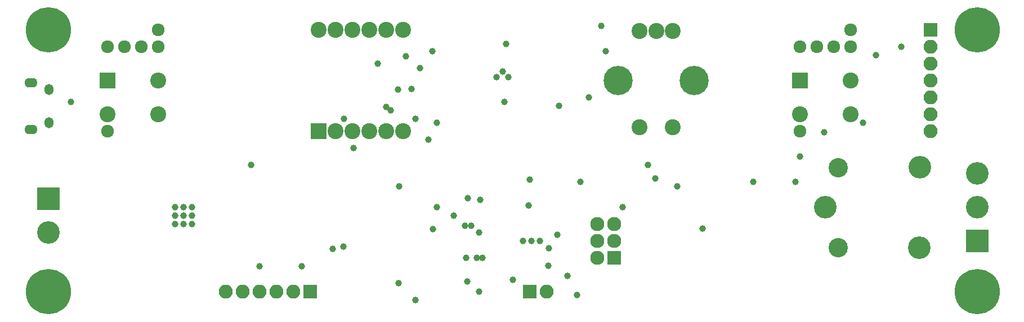
<source format=gbr>
G04 #@! TF.FileFunction,Soldermask,Bot*
%FSLAX46Y46*%
G04 Gerber Fmt 4.6, Leading zero omitted, Abs format (unit mm)*
G04 Created by KiCad (PCBNEW 4.0.6) date Friday 16 June 2017 09:08:21*
%MOMM*%
%LPD*%
G01*
G04 APERTURE LIST*
%ADD10C,0.100000*%
%ADD11C,2.900000*%
%ADD12C,3.400000*%
%ADD13R,2.432000X2.432000*%
%ADD14C,2.400000*%
%ADD15R,2.127200X2.127200*%
%ADD16O,2.127200X2.127200*%
%ADD17R,3.400000X3.400000*%
%ADD18C,1.924000*%
%ADD19R,2.400000X2.400000*%
%ADD20R,2.100000X2.100000*%
%ADD21O,2.100000X2.100000*%
%ADD22O,1.350000X1.650000*%
%ADD23O,1.950000X1.400000*%
%ADD24C,4.400000*%
%ADD25C,6.800000*%
%ADD26C,1.000000*%
G04 APERTURE END LIST*
D10*
D11*
X193720000Y-114000000D03*
D12*
X205920000Y-114000000D03*
X205970000Y-101950000D03*
D11*
X193720000Y-102000000D03*
D12*
X191770000Y-107950000D03*
D13*
X115570000Y-96520000D03*
D14*
X118110000Y-96520000D03*
X120650000Y-96520000D03*
X123190000Y-96520000D03*
X125730000Y-96520000D03*
X128270000Y-96520000D03*
X123190000Y-81280000D03*
X125730000Y-81280000D03*
X115570000Y-81280000D03*
X118110000Y-81280000D03*
X128270000Y-81280000D03*
X120650000Y-81280000D03*
D15*
X160020000Y-115570000D03*
D16*
X157480000Y-115570000D03*
X160020000Y-113030000D03*
X157480000Y-113030000D03*
X160020000Y-110490000D03*
X157480000Y-110490000D03*
D17*
X214630000Y-113030000D03*
D12*
X214630000Y-107950000D03*
X214630000Y-102870000D03*
D17*
X74930000Y-106680000D03*
D12*
X74930000Y-111760000D03*
D18*
X83820000Y-96520000D03*
X83820000Y-83820000D03*
X86360000Y-83820000D03*
X88900000Y-83820000D03*
X91440000Y-83820000D03*
D14*
X91440000Y-88900000D03*
X91440000Y-93980000D03*
X83820000Y-93980000D03*
D19*
X83820000Y-88900000D03*
D18*
X91440000Y-81280000D03*
D20*
X147320000Y-120650000D03*
D21*
X149860000Y-120650000D03*
D18*
X187960000Y-96520000D03*
X187960000Y-83820000D03*
X190500000Y-83820000D03*
X193040000Y-83820000D03*
X195580000Y-83820000D03*
D14*
X195580000Y-88900000D03*
X195580000Y-93980000D03*
X187960000Y-93980000D03*
D19*
X187960000Y-88900000D03*
D18*
X195580000Y-81280000D03*
D20*
X114300000Y-120650000D03*
D21*
X111760000Y-120650000D03*
X109220000Y-120650000D03*
X106680000Y-120650000D03*
X104140000Y-120650000D03*
X101600000Y-120650000D03*
D22*
X75010000Y-90210000D03*
X75010000Y-95210000D03*
D23*
X72310000Y-89210000D03*
X72310000Y-96210000D03*
D24*
X172070000Y-88900000D03*
D14*
X163870000Y-95900000D03*
X163870000Y-81400000D03*
X166370000Y-81400000D03*
X168870000Y-81400000D03*
X168870000Y-95900000D03*
D24*
X160670000Y-88900000D03*
D20*
X207645000Y-81280000D03*
D21*
X207645000Y-83820000D03*
X207645000Y-86360000D03*
X207645000Y-88900000D03*
X207645000Y-91440000D03*
X207645000Y-93980000D03*
X207645000Y-96520000D03*
D25*
X74930000Y-81280000D03*
X74930000Y-120650000D03*
X214630000Y-120650000D03*
X214630000Y-81280000D03*
D26*
X125720512Y-92874603D03*
X126428500Y-93345000D03*
X127508000Y-90233500D03*
X144132601Y-88366215D03*
X143764000Y-83375500D03*
X128730345Y-85255010D03*
X143256000Y-87503000D03*
X142303500Y-88392000D03*
X132715000Y-84455000D03*
X158750000Y-84455000D03*
X158115000Y-80645000D03*
X151765000Y-92710000D03*
X137795000Y-115570000D03*
X132749307Y-111229307D03*
X139700000Y-111760000D03*
X139700000Y-120650000D03*
X203200000Y-83820000D03*
X105410000Y-101600000D03*
X187960000Y-100330000D03*
X187325000Y-104140000D03*
X169545000Y-104775000D03*
X180975000Y-104140000D03*
X119380000Y-94615000D03*
X130175000Y-94615000D03*
X133350000Y-95250000D03*
X132080000Y-97790000D03*
X143510000Y-92075000D03*
X124460000Y-86360000D03*
X130810000Y-86995000D03*
X113030000Y-116840000D03*
X106680000Y-116840000D03*
X106680000Y-116840000D03*
X165100000Y-101600000D03*
X161290000Y-107950000D03*
X133350000Y-107950000D03*
X151464721Y-112093339D03*
X138049000Y-106616500D03*
X150162280Y-116730008D03*
X152983114Y-118237000D03*
X144780000Y-118872000D03*
X150241000Y-114109500D03*
X120865002Y-99060000D03*
X147320000Y-103759000D03*
X147132776Y-107698827D03*
X140258012Y-115570000D03*
X146304000Y-113030000D03*
X156210000Y-91440000D03*
X199390000Y-85090000D03*
X139407999Y-115570000D03*
X147574000Y-113030000D03*
X78359000Y-92075000D03*
X129540000Y-90170000D03*
X96520000Y-110490000D03*
X95250000Y-110490000D03*
X93980000Y-110490000D03*
X93980000Y-107950000D03*
X95250000Y-107950000D03*
X96520000Y-107950000D03*
X93980000Y-109220000D03*
X95250000Y-109220000D03*
X96520000Y-109220000D03*
X166243000Y-103632000D03*
X127635000Y-119379996D03*
X130175000Y-121919998D03*
X135890000Y-109220000D03*
X173355000Y-111125000D03*
X191643000Y-96647000D03*
X197427307Y-95192307D03*
X154432000Y-121158000D03*
X154940000Y-104140000D03*
X137604500Y-110744000D03*
X138493500Y-110744000D03*
X127717314Y-104780927D03*
X119316500Y-113855500D03*
X139890500Y-106870500D03*
X117729000Y-114173000D03*
X137922000Y-119126000D03*
X148844000Y-113030000D03*
M02*

</source>
